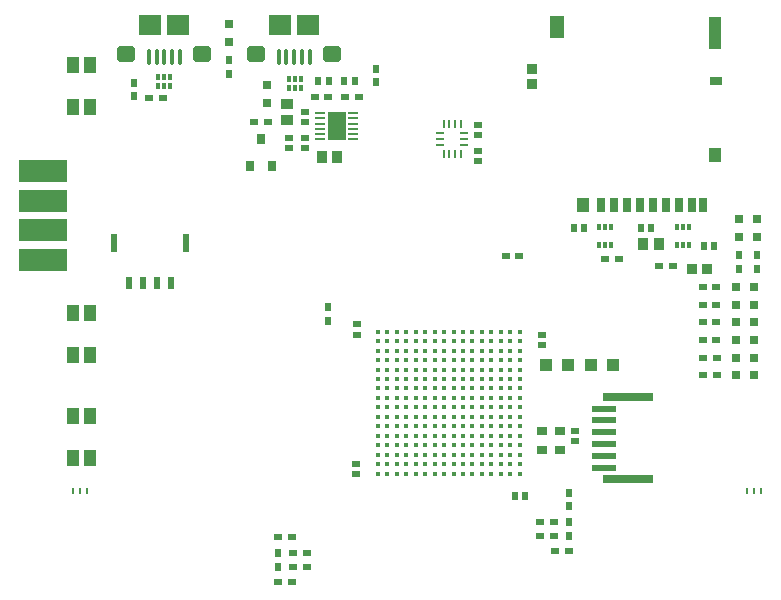
<source format=gtp>
G04*
G04 #@! TF.GenerationSoftware,Altium Limited,Altium Designer,19.0.15 (446)*
G04*
G04 Layer_Color=8421504*
%FSAX42Y42*%
%MOMM*%
G71*
G01*
G75*
%ADD19R,0.60X0.75*%
%ADD20R,0.75X0.60*%
%ADD21R,0.60X0.64*%
%ADD22R,0.30X0.60*%
%ADD23R,0.90X1.00*%
%ADD24R,0.25X0.68*%
%ADD25R,0.68X0.25*%
%ADD26R,0.64X0.60*%
%ADD27R,0.60X1.10*%
%ADD28R,0.60X1.50*%
%ADD29R,0.29X0.53*%
%ADD30R,0.85X0.65*%
%ADD31R,0.85X0.95*%
%ADD32R,2.00X0.60*%
%ADD33R,4.20X0.70*%
%ADD34R,0.30X0.52*%
%ADD35C,0.40*%
%ADD36R,1.90X1.80*%
G04:AMPARAMS|DCode=37|XSize=1.6mm|YSize=1.4mm|CornerRadius=0.35mm|HoleSize=0mm|Usage=FLASHONLY|Rotation=180.000|XOffset=0mm|YOffset=0mm|HoleType=Round|Shape=RoundedRectangle|*
%AMROUNDEDRECTD37*
21,1,1.60,0.70,0,0,180.0*
21,1,0.90,1.40,0,0,180.0*
1,1,0.70,-0.45,0.35*
1,1,0.70,0.45,0.35*
1,1,0.70,0.45,-0.35*
1,1,0.70,-0.45,-0.35*
%
%ADD37ROUNDEDRECTD37*%
%ADD38O,0.40X1.35*%
%ADD39R,1.05X1.40*%
%ADD40R,1.00X0.90*%
%ADD41R,0.70X1.20*%
%ADD42R,1.00X1.20*%
%ADD43R,1.00X0.80*%
%ADD44R,1.00X2.80*%
%ADD45R,1.30X1.90*%
%ADD46R,0.80X0.80*%
%ADD47R,0.80X0.80*%
%ADD48R,0.65X0.95*%
%ADD49R,0.85X0.25*%
%ADD50R,1.58X2.48*%
%ADD51R,1.00X1.00*%
%ADD52R,1.00X1.00*%
%ADD53R,0.95X0.85*%
%ADD54R,4.06X1.91*%
D19*
X002650Y-000607D02*
D03*
Y-000493D02*
D03*
X002250Y-002627D02*
D03*
Y-002512D02*
D03*
X004290Y-004197D02*
D03*
Y-004083D02*
D03*
Y-004447D02*
D03*
Y-004333D02*
D03*
X005730Y-002073D02*
D03*
Y-002188D02*
D03*
X001410Y-000422D02*
D03*
Y-000538D02*
D03*
X005880Y-002188D02*
D03*
Y-002073D02*
D03*
X000600Y-000612D02*
D03*
Y-000728D02*
D03*
X001820Y-004592D02*
D03*
Y-004708D02*
D03*
D20*
X005167Y-002160D02*
D03*
X005053D02*
D03*
X004592Y-002100D02*
D03*
X004708D02*
D03*
X000848Y-000740D02*
D03*
X000732D02*
D03*
X004158Y-004450D02*
D03*
X004042D02*
D03*
X004172Y-004580D02*
D03*
X004288D02*
D03*
X004042Y-004330D02*
D03*
X004158D02*
D03*
X005535Y-002340D02*
D03*
X005420D02*
D03*
X005535Y-002490D02*
D03*
X005420D02*
D03*
X005535Y-002640D02*
D03*
X005420D02*
D03*
X005535Y-002790D02*
D03*
X005420D02*
D03*
X005538Y-003090D02*
D03*
X005422D02*
D03*
X005538Y-002940D02*
D03*
X005422D02*
D03*
X001738Y-000940D02*
D03*
X001623D02*
D03*
X002133Y-000730D02*
D03*
X002248D02*
D03*
X002508D02*
D03*
X002392D02*
D03*
X003867Y-002080D02*
D03*
X003753D02*
D03*
X001823Y-004840D02*
D03*
X001938D02*
D03*
X002067Y-004710D02*
D03*
X001952D02*
D03*
Y-004590D02*
D03*
X002067D02*
D03*
X001938Y-004460D02*
D03*
X001823D02*
D03*
D21*
X004896Y-001840D02*
D03*
X004984D02*
D03*
X005426Y-001990D02*
D03*
X005514D02*
D03*
X004414Y-001840D02*
D03*
X004326D02*
D03*
X003914Y-004110D02*
D03*
X003826D02*
D03*
X002254Y-000600D02*
D03*
X002166D02*
D03*
X002386D02*
D03*
X002474D02*
D03*
D22*
X005300Y-001988D02*
D03*
X005250D02*
D03*
X005200D02*
D03*
Y-001833D02*
D03*
X005250D02*
D03*
X005300D02*
D03*
X004540D02*
D03*
X004590D02*
D03*
X004640D02*
D03*
Y-001988D02*
D03*
X004590D02*
D03*
X004540D02*
D03*
D23*
X005047Y-001980D02*
D03*
X004912D02*
D03*
X002327Y-001240D02*
D03*
X002192D02*
D03*
D24*
X003225Y-001216D02*
D03*
X003275D02*
D03*
X003325D02*
D03*
X003375D02*
D03*
Y-000964D02*
D03*
X003325D02*
D03*
X003275D02*
D03*
X003225D02*
D03*
D25*
X003401Y-001140D02*
D03*
Y-001090D02*
D03*
Y-001040D02*
D03*
X003199D02*
D03*
Y-001090D02*
D03*
Y-001140D02*
D03*
D26*
X003520Y-001186D02*
D03*
Y-001274D02*
D03*
X002490Y-002656D02*
D03*
Y-002744D02*
D03*
X004340Y-003644D02*
D03*
Y-003556D02*
D03*
X003520Y-000966D02*
D03*
Y-001054D02*
D03*
X001920Y-001076D02*
D03*
Y-001164D02*
D03*
X002050Y-001076D02*
D03*
Y-001164D02*
D03*
Y-000944D02*
D03*
Y-000856D02*
D03*
X004060Y-002834D02*
D03*
Y-002746D02*
D03*
X002480Y-003924D02*
D03*
Y-003836D02*
D03*
D27*
X000560Y-002310D02*
D03*
X000680D02*
D03*
X000800D02*
D03*
X000920D02*
D03*
D28*
X000433Y-001970D02*
D03*
X001047D02*
D03*
D29*
X000209Y-004069D02*
D03*
X000150D02*
D03*
X000090D02*
D03*
X005791Y-004067D02*
D03*
X005850D02*
D03*
X005909D02*
D03*
D30*
X004055Y-003725D02*
D03*
Y-003560D02*
D03*
X004210D02*
D03*
Y-003725D02*
D03*
D31*
X005325Y-002190D02*
D03*
X005455D02*
D03*
D32*
X004580Y-003870D02*
D03*
Y-003770D02*
D03*
Y-003670D02*
D03*
Y-003570D02*
D03*
Y-003470D02*
D03*
Y-003370D02*
D03*
D33*
X004790Y-003970D02*
D03*
Y-003270D02*
D03*
D34*
X000910Y-000638D02*
D03*
X000860D02*
D03*
X000810D02*
D03*
Y-000562D02*
D03*
X000860D02*
D03*
X000910D02*
D03*
X002020Y-000658D02*
D03*
X001970D02*
D03*
X001920D02*
D03*
Y-000582D02*
D03*
X001970D02*
D03*
X002020D02*
D03*
D35*
X003870Y-003920D02*
D03*
X003790D02*
D03*
X003710D02*
D03*
X003630D02*
D03*
X003550D02*
D03*
X003470D02*
D03*
X003390D02*
D03*
X003310D02*
D03*
X003230D02*
D03*
X003150D02*
D03*
X003070D02*
D03*
X002990D02*
D03*
X002910D02*
D03*
X002830D02*
D03*
X002750D02*
D03*
X002670D02*
D03*
X003870Y-003840D02*
D03*
X003790D02*
D03*
X003710D02*
D03*
X003630D02*
D03*
X003550D02*
D03*
X003470D02*
D03*
X003390D02*
D03*
X003310D02*
D03*
X003230D02*
D03*
X003150D02*
D03*
X003070D02*
D03*
X002990D02*
D03*
X002910D02*
D03*
X002830D02*
D03*
X002750D02*
D03*
X002670D02*
D03*
X003870Y-003760D02*
D03*
X003790D02*
D03*
X003710D02*
D03*
X003630D02*
D03*
X003550D02*
D03*
X003470D02*
D03*
X003390D02*
D03*
X003310D02*
D03*
X003230D02*
D03*
X003150D02*
D03*
X003070D02*
D03*
X002990D02*
D03*
X002910D02*
D03*
X002830D02*
D03*
X002750D02*
D03*
X002670D02*
D03*
X003870Y-003680D02*
D03*
X003790D02*
D03*
X003710D02*
D03*
X003630D02*
D03*
X003550D02*
D03*
X003470D02*
D03*
X003390D02*
D03*
X003310D02*
D03*
X003230D02*
D03*
X003150D02*
D03*
X003070D02*
D03*
X002990D02*
D03*
X002910D02*
D03*
X002830D02*
D03*
X002750D02*
D03*
X002670D02*
D03*
X003870Y-003600D02*
D03*
X003790D02*
D03*
X003710D02*
D03*
X003630D02*
D03*
X003550D02*
D03*
X003470D02*
D03*
X003390D02*
D03*
X003310D02*
D03*
X003230D02*
D03*
X003150D02*
D03*
X003070D02*
D03*
X002990D02*
D03*
X002910D02*
D03*
X002830D02*
D03*
X002750D02*
D03*
X002670D02*
D03*
X003870Y-003520D02*
D03*
X003790D02*
D03*
X003710D02*
D03*
X003630D02*
D03*
X003550D02*
D03*
X003470D02*
D03*
X003390D02*
D03*
X003310D02*
D03*
X003230D02*
D03*
X003150D02*
D03*
X003070D02*
D03*
X002990D02*
D03*
X002910D02*
D03*
X002830D02*
D03*
X002750D02*
D03*
X002670D02*
D03*
X003870Y-003440D02*
D03*
X003790D02*
D03*
X003710D02*
D03*
X003630D02*
D03*
X003550D02*
D03*
X003470D02*
D03*
X003390D02*
D03*
X003310D02*
D03*
X003230D02*
D03*
X003150D02*
D03*
X003070D02*
D03*
X002990D02*
D03*
X002910D02*
D03*
X002830D02*
D03*
X002750D02*
D03*
X002670D02*
D03*
X003870Y-003360D02*
D03*
X003790D02*
D03*
X003710D02*
D03*
X003630D02*
D03*
X003550D02*
D03*
X003470D02*
D03*
X003390D02*
D03*
X003310D02*
D03*
X003230D02*
D03*
X003150D02*
D03*
X003070D02*
D03*
X002990D02*
D03*
X002910D02*
D03*
X002830D02*
D03*
X002750D02*
D03*
X002670D02*
D03*
X003870Y-003280D02*
D03*
X003790D02*
D03*
X003710D02*
D03*
X003630D02*
D03*
X003550D02*
D03*
X003470D02*
D03*
X003390D02*
D03*
X003310D02*
D03*
X003230D02*
D03*
X003150D02*
D03*
X003070D02*
D03*
X002990D02*
D03*
X002910D02*
D03*
X002830D02*
D03*
X002750D02*
D03*
X002670D02*
D03*
X003870Y-003200D02*
D03*
X003790D02*
D03*
X003710D02*
D03*
X003630D02*
D03*
X003550D02*
D03*
X003470D02*
D03*
X003390D02*
D03*
X003310D02*
D03*
X003230D02*
D03*
X003150D02*
D03*
X003070D02*
D03*
X002990D02*
D03*
X002910D02*
D03*
X002830D02*
D03*
X002750D02*
D03*
X002670D02*
D03*
X003870Y-003120D02*
D03*
X003790D02*
D03*
X003710D02*
D03*
X003630D02*
D03*
X003550D02*
D03*
X003470D02*
D03*
X003390D02*
D03*
X003310D02*
D03*
X003230D02*
D03*
X003150D02*
D03*
X003070D02*
D03*
X002990D02*
D03*
X002910D02*
D03*
X002830D02*
D03*
X002750D02*
D03*
X002670D02*
D03*
X003870Y-003040D02*
D03*
X003790D02*
D03*
X003710D02*
D03*
X003630D02*
D03*
X003550D02*
D03*
X003470D02*
D03*
X003390D02*
D03*
X003310D02*
D03*
X003230D02*
D03*
X003150D02*
D03*
X003070D02*
D03*
X002990D02*
D03*
X002910D02*
D03*
X002830D02*
D03*
X002750D02*
D03*
X002670D02*
D03*
X003870Y-002960D02*
D03*
X003790D02*
D03*
X003710D02*
D03*
X003630D02*
D03*
X003550D02*
D03*
X003470D02*
D03*
X003390D02*
D03*
X003310D02*
D03*
X003230D02*
D03*
X003150D02*
D03*
X003070D02*
D03*
X002990D02*
D03*
X002910D02*
D03*
X002830D02*
D03*
X002750D02*
D03*
X002670D02*
D03*
X003870Y-002880D02*
D03*
X003790D02*
D03*
X003710D02*
D03*
X003630D02*
D03*
X003550D02*
D03*
X003470D02*
D03*
X003390D02*
D03*
X003310D02*
D03*
X003230D02*
D03*
X003150D02*
D03*
X003070D02*
D03*
X002990D02*
D03*
X002910D02*
D03*
X002830D02*
D03*
X002750D02*
D03*
X002670D02*
D03*
X003870Y-002800D02*
D03*
X003790D02*
D03*
X003710D02*
D03*
X003630D02*
D03*
X003550D02*
D03*
X003470D02*
D03*
X003390D02*
D03*
X003310D02*
D03*
X003230D02*
D03*
X003150D02*
D03*
X003070D02*
D03*
X002990D02*
D03*
X002910D02*
D03*
X002830D02*
D03*
X002750D02*
D03*
X002670D02*
D03*
X003870Y-002720D02*
D03*
X003790D02*
D03*
X003710D02*
D03*
X003630D02*
D03*
X003550D02*
D03*
X003470D02*
D03*
X003390D02*
D03*
X003310D02*
D03*
X003230D02*
D03*
X003150D02*
D03*
X003070D02*
D03*
X002990D02*
D03*
X002910D02*
D03*
X002830D02*
D03*
X002750D02*
D03*
X002670D02*
D03*
D36*
X000740Y-000123D02*
D03*
X000980D02*
D03*
X002080Y-000125D02*
D03*
X001840D02*
D03*
D37*
X000540Y-000367D02*
D03*
X001180D02*
D03*
X002280Y-000370D02*
D03*
X001640D02*
D03*
D38*
X000860Y-000390D02*
D03*
X000925D02*
D03*
X000990D02*
D03*
X000730D02*
D03*
X000795D02*
D03*
X001895Y-000392D02*
D03*
X001830D02*
D03*
X002090D02*
D03*
X002025D02*
D03*
X001960D02*
D03*
D39*
X000233Y-003430D02*
D03*
X000088D02*
D03*
X000233Y-003790D02*
D03*
X000088D02*
D03*
X000233Y-002560D02*
D03*
X000088D02*
D03*
X000233Y-002920D02*
D03*
X000088D02*
D03*
X000233Y-000460D02*
D03*
X000088D02*
D03*
X000233Y-000820D02*
D03*
X000088D02*
D03*
D40*
X001900Y-000927D02*
D03*
Y-000792D02*
D03*
D41*
X004560Y-001650D02*
D03*
X004670D02*
D03*
X004780D02*
D03*
X004890D02*
D03*
X005000D02*
D03*
X005110D02*
D03*
X005220D02*
D03*
X005330D02*
D03*
X005425D02*
D03*
D42*
X004405D02*
D03*
X005520Y-001220D02*
D03*
D43*
X005535Y-000600D02*
D03*
D44*
X005520Y-000190D02*
D03*
D45*
X004185Y-000140D02*
D03*
D46*
X001410Y-000115D02*
D03*
Y-000265D02*
D03*
X005730Y-001915D02*
D03*
Y-001765D02*
D03*
X005880Y-001915D02*
D03*
Y-001765D02*
D03*
X001730Y-000780D02*
D03*
Y-000630D02*
D03*
D47*
X005703Y-002340D02*
D03*
X005853D02*
D03*
X005703Y-002490D02*
D03*
X005853D02*
D03*
X005703Y-002640D02*
D03*
X005853D02*
D03*
X005703Y-002790D02*
D03*
X005853D02*
D03*
X005703Y-003090D02*
D03*
X005853D02*
D03*
Y-002940D02*
D03*
X005703D02*
D03*
D48*
X001680Y-001085D02*
D03*
X001775Y-001315D02*
D03*
X001585D02*
D03*
D49*
X002178Y-000867D02*
D03*
Y-000912D02*
D03*
Y-000957D02*
D03*
Y-001002D02*
D03*
Y-001047D02*
D03*
Y-001092D02*
D03*
X002461Y-000867D02*
D03*
Y-000912D02*
D03*
Y-000957D02*
D03*
Y-001002D02*
D03*
Y-001047D02*
D03*
Y-001092D02*
D03*
D50*
X002320Y-000980D02*
D03*
D51*
X004090Y-003000D02*
D03*
X004660D02*
D03*
X004280D02*
D03*
D52*
X004470D02*
D03*
D53*
X003970Y-000625D02*
D03*
Y-000495D02*
D03*
D54*
X-000170Y-001360D02*
D03*
Y-001610D02*
D03*
Y-001860D02*
D03*
Y-002110D02*
D03*
M02*

</source>
